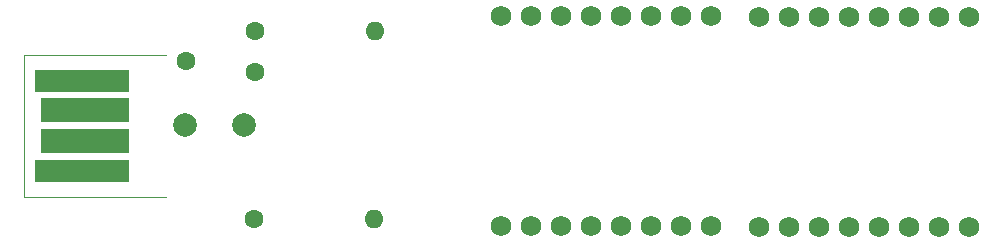
<source format=gbr>
%TF.GenerationSoftware,KiCad,Pcbnew,(7.0.0)*%
%TF.CreationDate,2023-12-29T11:59:30-08:00*%
%TF.ProjectId,MiniBadgeUSBmount,4d696e69-4261-4646-9765-5553426d6f75,rev?*%
%TF.SameCoordinates,Original*%
%TF.FileFunction,Soldermask,Top*%
%TF.FilePolarity,Negative*%
%FSLAX46Y46*%
G04 Gerber Fmt 4.6, Leading zero omitted, Abs format (unit mm)*
G04 Created by KiCad (PCBNEW (7.0.0)) date 2023-12-29 11:59:30*
%MOMM*%
%LPD*%
G01*
G04 APERTURE LIST*
%TA.AperFunction,Profile*%
%ADD10C,0.040640*%
%TD*%
%ADD11C,1.750000*%
%ADD12R,8.000000X1.900000*%
%ADD13R,7.500000X2.000000*%
%ADD14C,1.600000*%
%ADD15O,1.600000X1.600000*%
%ADD16C,2.000000*%
G04 APERTURE END LIST*
D10*
%TO.C,J1*%
X117530000Y-112870000D02*
X129530000Y-112870000D01*
X129530000Y-124870000D02*
X117530000Y-124870000D01*
X117530000Y-124870000D02*
X117530000Y-112870000D01*
%TD*%
D11*
%TO.C,MB1*%
X157870000Y-109555000D03*
X160410000Y-109555000D03*
X162950000Y-109555000D03*
X165490000Y-109555000D03*
X168030000Y-109555000D03*
X170570000Y-109555000D03*
X173110000Y-109555000D03*
X175650000Y-109555000D03*
X157870000Y-127335000D03*
X160410000Y-127335000D03*
X162950000Y-127335000D03*
X165490000Y-127335000D03*
X168030000Y-127335000D03*
X170570000Y-127335000D03*
X173110000Y-127335000D03*
X175650000Y-127335000D03*
%TD*%
%TO.C,MB2*%
X179730000Y-109660000D03*
X182270000Y-109660000D03*
X184810000Y-109660000D03*
X187350000Y-109660000D03*
X189890000Y-109660000D03*
X192430000Y-109660000D03*
X194970000Y-109660000D03*
X197510000Y-109660000D03*
X179730000Y-127440000D03*
X182270000Y-127440000D03*
X184810000Y-127440000D03*
X187350000Y-127440000D03*
X189890000Y-127440000D03*
X192430000Y-127440000D03*
X194970000Y-127440000D03*
X197510000Y-127440000D03*
%TD*%
D12*
%TO.C,J1*%
X122429999Y-122679999D03*
D13*
X122679999Y-120169999D03*
X122679999Y-117569999D03*
D12*
X122429999Y-115059999D03*
%TD*%
D14*
%TO.C,R1*%
X137080000Y-110880000D03*
D15*
X147239999Y-110879999D03*
%TD*%
D14*
%TO.C,*%
X131270000Y-113410000D03*
%TD*%
%TO.C,R2*%
X136990000Y-126810000D03*
D15*
X147149999Y-126809999D03*
%TD*%
D14*
%TO.C,*%
X137080000Y-114300000D03*
%TD*%
D16*
%TO.C,C1*%
X131130000Y-118800000D03*
X136130000Y-118800000D03*
%TD*%
M02*

</source>
